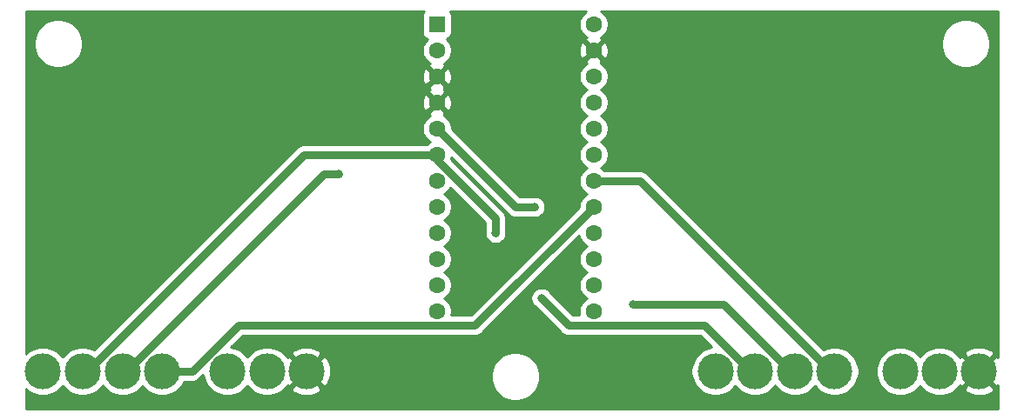
<source format=gbr>
%TF.GenerationSoftware,KiCad,Pcbnew,(5.1.10)-1*%
%TF.CreationDate,2021-09-23T19:24:58-05:00*%
%TF.ProjectId,SNES DAEMONBITE,534e4553-2044-4414-954d-4f4e42495445,rev?*%
%TF.SameCoordinates,Original*%
%TF.FileFunction,Copper,L2,Bot*%
%TF.FilePolarity,Positive*%
%FSLAX46Y46*%
G04 Gerber Fmt 4.6, Leading zero omitted, Abs format (unit mm)*
G04 Created by KiCad (PCBNEW (5.1.10)-1) date 2021-09-23 19:24:58*
%MOMM*%
%LPD*%
G01*
G04 APERTURE LIST*
%TA.AperFunction,ComponentPad*%
%ADD10C,3.500000*%
%TD*%
%TA.AperFunction,ComponentPad*%
%ADD11C,1.600000*%
%TD*%
%TA.AperFunction,ComponentPad*%
%ADD12R,1.600000X1.600000*%
%TD*%
%TA.AperFunction,ViaPad*%
%ADD13C,0.800000*%
%TD*%
%TA.AperFunction,Conductor*%
%ADD14C,0.750000*%
%TD*%
%TA.AperFunction,Conductor*%
%ADD15C,0.254000*%
%TD*%
%TA.AperFunction,Conductor*%
%ADD16C,0.100000*%
%TD*%
G04 APERTURE END LIST*
D10*
%TO.P,PLAYER2,1*%
%TO.N,/VCC*%
X193455000Y-110000000D03*
%TO.P,PLAYER2,2*%
%TO.N,/CLOCK*%
X197315000Y-110000000D03*
%TO.P,PLAYER2,4*%
%TO.N,/DATA2*%
X205035000Y-110000000D03*
%TO.P,PLAYER2,3*%
%TO.N,/LATCH*%
X201215000Y-110000000D03*
%TO.P,PLAYER2,5*%
%TO.N,Net-(PLAYER2-Pad5)*%
X211415000Y-110000000D03*
%TO.P,PLAYER2,6*%
%TO.N,Net-(PLAYER2-Pad6)*%
X215265000Y-110000000D03*
%TO.P,PLAYER2,7*%
%TO.N,/GND*%
X219085000Y-110000000D03*
%TD*%
%TO.P,PLAYER1,1*%
%TO.N,/VCC*%
X128050000Y-110000000D03*
%TO.P,PLAYER1,2*%
%TO.N,/CLOCK*%
X131910000Y-110000000D03*
%TO.P,PLAYER1,4*%
%TO.N,/DATA1*%
X139630000Y-110000000D03*
%TO.P,PLAYER1,3*%
%TO.N,/LATCH*%
X135810000Y-110000000D03*
%TO.P,PLAYER1,5*%
%TO.N,Net-(PLAYER1-Pad5)*%
X146010000Y-110000000D03*
%TO.P,PLAYER1,6*%
%TO.N,Net-(PLAYER1-Pad6)*%
X149860000Y-110000000D03*
%TO.P,PLAYER1,7*%
%TO.N,/GND*%
X153680000Y-110000000D03*
%TD*%
D11*
%TO.P,MCU1,24*%
%TO.N,Net-(MCU1-Pad24)*%
X181610000Y-76200000D03*
%TO.P,MCU1,23*%
%TO.N,/GND*%
X181610000Y-78740000D03*
%TO.P,MCU1,22*%
%TO.N,Net-(MCU1-Pad22)*%
X181610000Y-81280000D03*
%TO.P,MCU1,21*%
%TO.N,/VCC*%
X181610000Y-83820000D03*
%TO.P,MCU1,20*%
%TO.N,Net-(MCU1-Pad20)*%
X181610000Y-86360000D03*
%TO.P,MCU1,19*%
%TO.N,Net-(MCU1-Pad19)*%
X181610000Y-88900000D03*
%TO.P,MCU1,18*%
%TO.N,/DATA2*%
X181610000Y-91440000D03*
%TO.P,MCU1,17*%
%TO.N,/DATA1*%
X181610000Y-93980000D03*
%TO.P,MCU1,16*%
%TO.N,Net-(MCU1-Pad16)*%
X181610000Y-96520000D03*
%TO.P,MCU1,15*%
%TO.N,Net-(MCU1-Pad15)*%
X181610000Y-99060000D03*
%TO.P,MCU1,14*%
%TO.N,Net-(MCU1-Pad14)*%
X181610000Y-101600000D03*
%TO.P,MCU1,13*%
%TO.N,Net-(MCU1-Pad13)*%
X181610000Y-104140000D03*
%TO.P,MCU1,12*%
%TO.N,Net-(MCU1-Pad12)*%
X166370000Y-104140000D03*
%TO.P,MCU1,11*%
%TO.N,Net-(MCU1-Pad11)*%
X166370000Y-101600000D03*
%TO.P,MCU1,10*%
%TO.N,Net-(MCU1-Pad10)*%
X166370000Y-99060000D03*
%TO.P,MCU1,9*%
%TO.N,Net-(MCU1-Pad9)*%
X166370000Y-96520000D03*
%TO.P,MCU1,8*%
%TO.N,Net-(MCU1-Pad8)*%
X166370000Y-93980000D03*
%TO.P,MCU1,7*%
%TO.N,Net-(MCU1-Pad7)*%
X166370000Y-91440000D03*
%TO.P,MCU1,6*%
%TO.N,/CLOCK*%
X166370000Y-88900000D03*
%TO.P,MCU1,5*%
%TO.N,/LATCH*%
X166370000Y-86360000D03*
%TO.P,MCU1,4*%
%TO.N,/GND*%
X166370000Y-83820000D03*
%TO.P,MCU1,3*%
X166370000Y-81280000D03*
%TO.P,MCU1,2*%
%TO.N,Net-(MCU1-Pad2)*%
X166370000Y-78740000D03*
D12*
%TO.P,MCU1,1*%
%TO.N,Net-(MCU1-Pad1)*%
X166370000Y-76200000D03*
%TD*%
D13*
%TO.N,/CLOCK*%
X176530000Y-102870000D03*
X172085000Y-96520000D03*
%TO.N,/LATCH*%
X156845000Y-90805000D03*
X185420000Y-103505000D03*
X175895000Y-93980000D03*
%TD*%
D14*
%TO.N,/DATA2*%
X186096002Y-91440000D02*
X181610000Y-91440000D01*
X204656002Y-110000000D02*
X186096002Y-91440000D01*
X205035000Y-110000000D02*
X204656002Y-110000000D01*
%TO.N,/DATA1*%
X170074999Y-105515001D02*
X181610000Y-93980000D01*
X147053997Y-105515001D02*
X170074999Y-105515001D01*
X142568998Y-110000000D02*
X147053997Y-105515001D01*
X139630000Y-110000000D02*
X142568998Y-110000000D01*
%TO.N,/CLOCK*%
X153468998Y-88900000D02*
X166370000Y-88900000D01*
X132368998Y-110000000D02*
X153468998Y-88900000D01*
X131910000Y-110000000D02*
X132368998Y-110000000D01*
X192411003Y-105515001D02*
X179175001Y-105515001D01*
X196896002Y-110000000D02*
X192411003Y-105515001D01*
X197315000Y-110000000D02*
X196896002Y-110000000D01*
X179175001Y-105515001D02*
X176530000Y-102870000D01*
X176530000Y-102870000D02*
X176530000Y-102870000D01*
X166370000Y-89404998D02*
X166370000Y-88900000D01*
X172085000Y-95119998D02*
X166370000Y-89404998D01*
X172085000Y-96520000D02*
X172085000Y-95119998D01*
%TO.N,/LATCH*%
X136188998Y-110000000D02*
X155383998Y-90805000D01*
X135810000Y-110000000D02*
X136188998Y-110000000D01*
X155383998Y-90805000D02*
X156845000Y-90805000D01*
X156845000Y-90805000D02*
X156845000Y-90805000D01*
X200756002Y-110000000D02*
X194261002Y-103505000D01*
X201215000Y-110000000D02*
X200756002Y-110000000D01*
X194261002Y-103505000D02*
X185420000Y-103505000D01*
X185420000Y-103505000D02*
X185420000Y-103505000D01*
X173990000Y-93980000D02*
X166370000Y-86360000D01*
X175895000Y-93980000D02*
X173990000Y-93980000D01*
%TD*%
D15*
%TO.N,/GND*%
X165039463Y-75045506D02*
X164980498Y-75155820D01*
X164944188Y-75275518D01*
X164931928Y-75400000D01*
X164931928Y-77000000D01*
X164944188Y-77124482D01*
X164980498Y-77244180D01*
X165039463Y-77354494D01*
X165118815Y-77451185D01*
X165215506Y-77530537D01*
X165325820Y-77589502D01*
X165445518Y-77625812D01*
X165453961Y-77626643D01*
X165255363Y-77825241D01*
X165098320Y-78060273D01*
X164990147Y-78321426D01*
X164935000Y-78598665D01*
X164935000Y-78881335D01*
X164990147Y-79158574D01*
X165098320Y-79419727D01*
X165255363Y-79654759D01*
X165455241Y-79854637D01*
X165689128Y-80010915D01*
X165628486Y-80043329D01*
X165556903Y-80287298D01*
X166370000Y-81100395D01*
X167183097Y-80287298D01*
X167111514Y-80043329D01*
X167047008Y-80012806D01*
X167049727Y-80011680D01*
X167284759Y-79854637D01*
X167484637Y-79654759D01*
X167641680Y-79419727D01*
X167749853Y-79158574D01*
X167805000Y-78881335D01*
X167805000Y-78810512D01*
X180169783Y-78810512D01*
X180211213Y-79090130D01*
X180306397Y-79356292D01*
X180373329Y-79481514D01*
X180617298Y-79553097D01*
X181430395Y-78740000D01*
X181789605Y-78740000D01*
X182602702Y-79553097D01*
X182846671Y-79481514D01*
X182967571Y-79226004D01*
X183036300Y-78951816D01*
X183050217Y-78669488D01*
X183008787Y-78389870D01*
X182913603Y-78123708D01*
X182846671Y-77998486D01*
X182602702Y-77926903D01*
X181789605Y-78740000D01*
X181430395Y-78740000D01*
X180617298Y-77926903D01*
X180373329Y-77998486D01*
X180252429Y-78253996D01*
X180183700Y-78528184D01*
X180169783Y-78810512D01*
X167805000Y-78810512D01*
X167805000Y-78598665D01*
X167749853Y-78321426D01*
X167641680Y-78060273D01*
X167484637Y-77825241D01*
X167286039Y-77626643D01*
X167294482Y-77625812D01*
X167414180Y-77589502D01*
X167524494Y-77530537D01*
X167621185Y-77451185D01*
X167700537Y-77354494D01*
X167759502Y-77244180D01*
X167795812Y-77124482D01*
X167808072Y-77000000D01*
X167808072Y-75400000D01*
X167795812Y-75275518D01*
X167759502Y-75155820D01*
X167700537Y-75045506D01*
X167626261Y-74955000D01*
X180890343Y-74955000D01*
X180695241Y-75085363D01*
X180495363Y-75285241D01*
X180338320Y-75520273D01*
X180230147Y-75781426D01*
X180175000Y-76058665D01*
X180175000Y-76341335D01*
X180230147Y-76618574D01*
X180338320Y-76879727D01*
X180495363Y-77114759D01*
X180695241Y-77314637D01*
X180929128Y-77470915D01*
X180868486Y-77503329D01*
X180796903Y-77747298D01*
X181610000Y-78560395D01*
X182300297Y-77870098D01*
X215420000Y-77870098D01*
X215420000Y-78339902D01*
X215511654Y-78800679D01*
X215691440Y-79234721D01*
X215952450Y-79625349D01*
X216284651Y-79957550D01*
X216675279Y-80218560D01*
X217109321Y-80398346D01*
X217570098Y-80490000D01*
X218039902Y-80490000D01*
X218500679Y-80398346D01*
X218934721Y-80218560D01*
X219325349Y-79957550D01*
X219657550Y-79625349D01*
X219918560Y-79234721D01*
X220098346Y-78800679D01*
X220190000Y-78339902D01*
X220190000Y-77870098D01*
X220098346Y-77409321D01*
X219918560Y-76975279D01*
X219657550Y-76584651D01*
X219325349Y-76252450D01*
X218934721Y-75991440D01*
X218500679Y-75811654D01*
X218039902Y-75720000D01*
X217570098Y-75720000D01*
X217109321Y-75811654D01*
X216675279Y-75991440D01*
X216284651Y-76252450D01*
X215952450Y-76584651D01*
X215691440Y-76975279D01*
X215511654Y-77409321D01*
X215420000Y-77870098D01*
X182300297Y-77870098D01*
X182423097Y-77747298D01*
X182351514Y-77503329D01*
X182287008Y-77472806D01*
X182289727Y-77471680D01*
X182524759Y-77314637D01*
X182724637Y-77114759D01*
X182881680Y-76879727D01*
X182989853Y-76618574D01*
X183045000Y-76341335D01*
X183045000Y-76058665D01*
X182989853Y-75781426D01*
X182881680Y-75520273D01*
X182724637Y-75285241D01*
X182524759Y-75085363D01*
X182329657Y-74955000D01*
X220955001Y-74955000D01*
X220955000Y-108619296D01*
X220754609Y-108509997D01*
X219264605Y-110000000D01*
X220754609Y-111490003D01*
X220955000Y-111380704D01*
X220955000Y-113640000D01*
X126390000Y-113640000D01*
X126390000Y-111712899D01*
X126529651Y-111852550D01*
X126920279Y-112113560D01*
X127354321Y-112293346D01*
X127815098Y-112385000D01*
X128284902Y-112385000D01*
X128745679Y-112293346D01*
X129179721Y-112113560D01*
X129570349Y-111852550D01*
X129902550Y-111520349D01*
X129980000Y-111404437D01*
X130057450Y-111520349D01*
X130389651Y-111852550D01*
X130780279Y-112113560D01*
X131214321Y-112293346D01*
X131675098Y-112385000D01*
X132144902Y-112385000D01*
X132605679Y-112293346D01*
X133039721Y-112113560D01*
X133430349Y-111852550D01*
X133762550Y-111520349D01*
X133860000Y-111374505D01*
X133957450Y-111520349D01*
X134289651Y-111852550D01*
X134680279Y-112113560D01*
X135114321Y-112293346D01*
X135575098Y-112385000D01*
X136044902Y-112385000D01*
X136505679Y-112293346D01*
X136939721Y-112113560D01*
X137330349Y-111852550D01*
X137662550Y-111520349D01*
X137720000Y-111434369D01*
X137777450Y-111520349D01*
X138109651Y-111852550D01*
X138500279Y-112113560D01*
X138934321Y-112293346D01*
X139395098Y-112385000D01*
X139864902Y-112385000D01*
X140325679Y-112293346D01*
X140759721Y-112113560D01*
X141150349Y-111852550D01*
X141482550Y-111520349D01*
X141743560Y-111129721D01*
X141793150Y-111010000D01*
X142519390Y-111010000D01*
X142568998Y-111014886D01*
X142766992Y-110995385D01*
X142766995Y-110995384D01*
X142957378Y-110937632D01*
X143132838Y-110843847D01*
X143286631Y-110717633D01*
X143318259Y-110679094D01*
X143647805Y-110349548D01*
X143716654Y-110695679D01*
X143896440Y-111129721D01*
X144157450Y-111520349D01*
X144489651Y-111852550D01*
X144880279Y-112113560D01*
X145314321Y-112293346D01*
X145775098Y-112385000D01*
X146244902Y-112385000D01*
X146705679Y-112293346D01*
X147139721Y-112113560D01*
X147530349Y-111852550D01*
X147862550Y-111520349D01*
X147935000Y-111411920D01*
X148007450Y-111520349D01*
X148339651Y-111852550D01*
X148730279Y-112113560D01*
X149164321Y-112293346D01*
X149625098Y-112385000D01*
X150094902Y-112385000D01*
X150555679Y-112293346D01*
X150989721Y-112113560D01*
X151380349Y-111852550D01*
X151563290Y-111669609D01*
X152189997Y-111669609D01*
X152376073Y-112010766D01*
X152793409Y-112226513D01*
X153244815Y-112356696D01*
X153712946Y-112396313D01*
X154179811Y-112343842D01*
X154627468Y-112201297D01*
X154983927Y-112010766D01*
X155170003Y-111669609D01*
X153680000Y-110179605D01*
X152189997Y-111669609D01*
X151563290Y-111669609D01*
X151712550Y-111520349D01*
X151806964Y-111379049D01*
X152010391Y-111490003D01*
X153500395Y-110000000D01*
X153859605Y-110000000D01*
X155349609Y-111490003D01*
X155690766Y-111303927D01*
X155906513Y-110886591D01*
X156036696Y-110435185D01*
X156051936Y-110255098D01*
X171605000Y-110255098D01*
X171605000Y-110724902D01*
X171696654Y-111185679D01*
X171876440Y-111619721D01*
X172137450Y-112010349D01*
X172469651Y-112342550D01*
X172860279Y-112603560D01*
X173294321Y-112783346D01*
X173755098Y-112875000D01*
X174224902Y-112875000D01*
X174685679Y-112783346D01*
X175119721Y-112603560D01*
X175510349Y-112342550D01*
X175842550Y-112010349D01*
X176103560Y-111619721D01*
X176283346Y-111185679D01*
X176375000Y-110724902D01*
X176375000Y-110255098D01*
X176283346Y-109794321D01*
X176103560Y-109360279D01*
X175842550Y-108969651D01*
X175510349Y-108637450D01*
X175119721Y-108376440D01*
X174685679Y-108196654D01*
X174224902Y-108105000D01*
X173755098Y-108105000D01*
X173294321Y-108196654D01*
X172860279Y-108376440D01*
X172469651Y-108637450D01*
X172137450Y-108969651D01*
X171876440Y-109360279D01*
X171696654Y-109794321D01*
X171605000Y-110255098D01*
X156051936Y-110255098D01*
X156076313Y-109967054D01*
X156023842Y-109500189D01*
X155881297Y-109052532D01*
X155690766Y-108696073D01*
X155349609Y-108509997D01*
X153859605Y-110000000D01*
X153500395Y-110000000D01*
X152010391Y-108509997D01*
X151806964Y-108620951D01*
X151712550Y-108479651D01*
X151563290Y-108330391D01*
X152189997Y-108330391D01*
X153680000Y-109820395D01*
X155170003Y-108330391D01*
X154983927Y-107989234D01*
X154566591Y-107773487D01*
X154115185Y-107643304D01*
X153647054Y-107603687D01*
X153180189Y-107656158D01*
X152732532Y-107798703D01*
X152376073Y-107989234D01*
X152189997Y-108330391D01*
X151563290Y-108330391D01*
X151380349Y-108147450D01*
X150989721Y-107886440D01*
X150555679Y-107706654D01*
X150094902Y-107615000D01*
X149625098Y-107615000D01*
X149164321Y-107706654D01*
X148730279Y-107886440D01*
X148339651Y-108147450D01*
X148007450Y-108479651D01*
X147935000Y-108588080D01*
X147862550Y-108479651D01*
X147530349Y-108147450D01*
X147139721Y-107886440D01*
X146705679Y-107706654D01*
X146359548Y-107637805D01*
X147472352Y-106525001D01*
X170025391Y-106525001D01*
X170074999Y-106529887D01*
X170272993Y-106510386D01*
X170272996Y-106510385D01*
X170463379Y-106452633D01*
X170638839Y-106358848D01*
X170792632Y-106232634D01*
X170824260Y-106194095D01*
X180205200Y-96813156D01*
X180230147Y-96938574D01*
X180338320Y-97199727D01*
X180495363Y-97434759D01*
X180695241Y-97634637D01*
X180927759Y-97790000D01*
X180695241Y-97945363D01*
X180495363Y-98145241D01*
X180338320Y-98380273D01*
X180230147Y-98641426D01*
X180175000Y-98918665D01*
X180175000Y-99201335D01*
X180230147Y-99478574D01*
X180338320Y-99739727D01*
X180495363Y-99974759D01*
X180695241Y-100174637D01*
X180927759Y-100330000D01*
X180695241Y-100485363D01*
X180495363Y-100685241D01*
X180338320Y-100920273D01*
X180230147Y-101181426D01*
X180175000Y-101458665D01*
X180175000Y-101741335D01*
X180230147Y-102018574D01*
X180338320Y-102279727D01*
X180495363Y-102514759D01*
X180695241Y-102714637D01*
X180927759Y-102870000D01*
X180695241Y-103025363D01*
X180495363Y-103225241D01*
X180338320Y-103460273D01*
X180230147Y-103721426D01*
X180175000Y-103998665D01*
X180175000Y-104281335D01*
X180219491Y-104505001D01*
X179593356Y-104505001D01*
X177405132Y-102316777D01*
X177333937Y-102210226D01*
X177189774Y-102066063D01*
X177020256Y-101952795D01*
X176831898Y-101874774D01*
X176631939Y-101835000D01*
X176428061Y-101835000D01*
X176228102Y-101874774D01*
X176039744Y-101952795D01*
X175870226Y-102066063D01*
X175726063Y-102210226D01*
X175612795Y-102379744D01*
X175534774Y-102568102D01*
X175495000Y-102768061D01*
X175495000Y-102971939D01*
X175534774Y-103171898D01*
X175612795Y-103360256D01*
X175726063Y-103529774D01*
X175870226Y-103673937D01*
X175976777Y-103745132D01*
X178425740Y-106194095D01*
X178457368Y-106232634D01*
X178611161Y-106358848D01*
X178786621Y-106452633D01*
X178977007Y-106510386D01*
X179125393Y-106525001D01*
X179125395Y-106525001D01*
X179175000Y-106529887D01*
X179224605Y-106525001D01*
X191992648Y-106525001D01*
X193105452Y-107637805D01*
X192759321Y-107706654D01*
X192325279Y-107886440D01*
X191934651Y-108147450D01*
X191602450Y-108479651D01*
X191341440Y-108870279D01*
X191161654Y-109304321D01*
X191070000Y-109765098D01*
X191070000Y-110234902D01*
X191161654Y-110695679D01*
X191341440Y-111129721D01*
X191602450Y-111520349D01*
X191934651Y-111852550D01*
X192325279Y-112113560D01*
X192759321Y-112293346D01*
X193220098Y-112385000D01*
X193689902Y-112385000D01*
X194150679Y-112293346D01*
X194584721Y-112113560D01*
X194975349Y-111852550D01*
X195307550Y-111520349D01*
X195385000Y-111404437D01*
X195462450Y-111520349D01*
X195794651Y-111852550D01*
X196185279Y-112113560D01*
X196619321Y-112293346D01*
X197080098Y-112385000D01*
X197549902Y-112385000D01*
X198010679Y-112293346D01*
X198444721Y-112113560D01*
X198835349Y-111852550D01*
X199167550Y-111520349D01*
X199265000Y-111374505D01*
X199362450Y-111520349D01*
X199694651Y-111852550D01*
X200085279Y-112113560D01*
X200519321Y-112293346D01*
X200980098Y-112385000D01*
X201449902Y-112385000D01*
X201910679Y-112293346D01*
X202344721Y-112113560D01*
X202735349Y-111852550D01*
X203067550Y-111520349D01*
X203125000Y-111434369D01*
X203182450Y-111520349D01*
X203514651Y-111852550D01*
X203905279Y-112113560D01*
X204339321Y-112293346D01*
X204800098Y-112385000D01*
X205269902Y-112385000D01*
X205730679Y-112293346D01*
X206164721Y-112113560D01*
X206555349Y-111852550D01*
X206887550Y-111520349D01*
X207148560Y-111129721D01*
X207328346Y-110695679D01*
X207420000Y-110234902D01*
X207420000Y-109765098D01*
X209030000Y-109765098D01*
X209030000Y-110234902D01*
X209121654Y-110695679D01*
X209301440Y-111129721D01*
X209562450Y-111520349D01*
X209894651Y-111852550D01*
X210285279Y-112113560D01*
X210719321Y-112293346D01*
X211180098Y-112385000D01*
X211649902Y-112385000D01*
X212110679Y-112293346D01*
X212544721Y-112113560D01*
X212935349Y-111852550D01*
X213267550Y-111520349D01*
X213340000Y-111411920D01*
X213412450Y-111520349D01*
X213744651Y-111852550D01*
X214135279Y-112113560D01*
X214569321Y-112293346D01*
X215030098Y-112385000D01*
X215499902Y-112385000D01*
X215960679Y-112293346D01*
X216394721Y-112113560D01*
X216785349Y-111852550D01*
X216968290Y-111669609D01*
X217594997Y-111669609D01*
X217781073Y-112010766D01*
X218198409Y-112226513D01*
X218649815Y-112356696D01*
X219117946Y-112396313D01*
X219584811Y-112343842D01*
X220032468Y-112201297D01*
X220388927Y-112010766D01*
X220575003Y-111669609D01*
X219085000Y-110179605D01*
X217594997Y-111669609D01*
X216968290Y-111669609D01*
X217117550Y-111520349D01*
X217211964Y-111379049D01*
X217415391Y-111490003D01*
X218905395Y-110000000D01*
X217415391Y-108509997D01*
X217211964Y-108620951D01*
X217117550Y-108479651D01*
X216968290Y-108330391D01*
X217594997Y-108330391D01*
X219085000Y-109820395D01*
X220575003Y-108330391D01*
X220388927Y-107989234D01*
X219971591Y-107773487D01*
X219520185Y-107643304D01*
X219052054Y-107603687D01*
X218585189Y-107656158D01*
X218137532Y-107798703D01*
X217781073Y-107989234D01*
X217594997Y-108330391D01*
X216968290Y-108330391D01*
X216785349Y-108147450D01*
X216394721Y-107886440D01*
X215960679Y-107706654D01*
X215499902Y-107615000D01*
X215030098Y-107615000D01*
X214569321Y-107706654D01*
X214135279Y-107886440D01*
X213744651Y-108147450D01*
X213412450Y-108479651D01*
X213340000Y-108588080D01*
X213267550Y-108479651D01*
X212935349Y-108147450D01*
X212544721Y-107886440D01*
X212110679Y-107706654D01*
X211649902Y-107615000D01*
X211180098Y-107615000D01*
X210719321Y-107706654D01*
X210285279Y-107886440D01*
X209894651Y-108147450D01*
X209562450Y-108479651D01*
X209301440Y-108870279D01*
X209121654Y-109304321D01*
X209030000Y-109765098D01*
X207420000Y-109765098D01*
X207328346Y-109304321D01*
X207148560Y-108870279D01*
X206887550Y-108479651D01*
X206555349Y-108147450D01*
X206164721Y-107886440D01*
X205730679Y-107706654D01*
X205269902Y-107615000D01*
X204800098Y-107615000D01*
X204339321Y-107706654D01*
X203951608Y-107867250D01*
X186845263Y-90760906D01*
X186813635Y-90722367D01*
X186659842Y-90596153D01*
X186484382Y-90502368D01*
X186293996Y-90444615D01*
X186145610Y-90430000D01*
X186096002Y-90425114D01*
X186046394Y-90430000D01*
X182629396Y-90430000D01*
X182524759Y-90325363D01*
X182292241Y-90170000D01*
X182524759Y-90014637D01*
X182724637Y-89814759D01*
X182881680Y-89579727D01*
X182989853Y-89318574D01*
X183045000Y-89041335D01*
X183045000Y-88758665D01*
X182989853Y-88481426D01*
X182881680Y-88220273D01*
X182724637Y-87985241D01*
X182524759Y-87785363D01*
X182292241Y-87630000D01*
X182524759Y-87474637D01*
X182724637Y-87274759D01*
X182881680Y-87039727D01*
X182989853Y-86778574D01*
X183045000Y-86501335D01*
X183045000Y-86218665D01*
X182989853Y-85941426D01*
X182881680Y-85680273D01*
X182724637Y-85445241D01*
X182524759Y-85245363D01*
X182292241Y-85090000D01*
X182524759Y-84934637D01*
X182724637Y-84734759D01*
X182881680Y-84499727D01*
X182989853Y-84238574D01*
X183045000Y-83961335D01*
X183045000Y-83678665D01*
X182989853Y-83401426D01*
X182881680Y-83140273D01*
X182724637Y-82905241D01*
X182524759Y-82705363D01*
X182292241Y-82550000D01*
X182524759Y-82394637D01*
X182724637Y-82194759D01*
X182881680Y-81959727D01*
X182989853Y-81698574D01*
X183045000Y-81421335D01*
X183045000Y-81138665D01*
X182989853Y-80861426D01*
X182881680Y-80600273D01*
X182724637Y-80365241D01*
X182524759Y-80165363D01*
X182290872Y-80009085D01*
X182351514Y-79976671D01*
X182423097Y-79732702D01*
X181610000Y-78919605D01*
X180796903Y-79732702D01*
X180868486Y-79976671D01*
X180932992Y-80007194D01*
X180930273Y-80008320D01*
X180695241Y-80165363D01*
X180495363Y-80365241D01*
X180338320Y-80600273D01*
X180230147Y-80861426D01*
X180175000Y-81138665D01*
X180175000Y-81421335D01*
X180230147Y-81698574D01*
X180338320Y-81959727D01*
X180495363Y-82194759D01*
X180695241Y-82394637D01*
X180927759Y-82550000D01*
X180695241Y-82705363D01*
X180495363Y-82905241D01*
X180338320Y-83140273D01*
X180230147Y-83401426D01*
X180175000Y-83678665D01*
X180175000Y-83961335D01*
X180230147Y-84238574D01*
X180338320Y-84499727D01*
X180495363Y-84734759D01*
X180695241Y-84934637D01*
X180927759Y-85090000D01*
X180695241Y-85245363D01*
X180495363Y-85445241D01*
X180338320Y-85680273D01*
X180230147Y-85941426D01*
X180175000Y-86218665D01*
X180175000Y-86501335D01*
X180230147Y-86778574D01*
X180338320Y-87039727D01*
X180495363Y-87274759D01*
X180695241Y-87474637D01*
X180927759Y-87630000D01*
X180695241Y-87785363D01*
X180495363Y-87985241D01*
X180338320Y-88220273D01*
X180230147Y-88481426D01*
X180175000Y-88758665D01*
X180175000Y-89041335D01*
X180230147Y-89318574D01*
X180338320Y-89579727D01*
X180495363Y-89814759D01*
X180695241Y-90014637D01*
X180927759Y-90170000D01*
X180695241Y-90325363D01*
X180495363Y-90525241D01*
X180338320Y-90760273D01*
X180230147Y-91021426D01*
X180175000Y-91298665D01*
X180175000Y-91581335D01*
X180230147Y-91858574D01*
X180338320Y-92119727D01*
X180495363Y-92354759D01*
X180695241Y-92554637D01*
X180927759Y-92710000D01*
X180695241Y-92865363D01*
X180495363Y-93065241D01*
X180338320Y-93300273D01*
X180230147Y-93561426D01*
X180175000Y-93838665D01*
X180175000Y-93986644D01*
X169656644Y-104505001D01*
X167760509Y-104505001D01*
X167805000Y-104281335D01*
X167805000Y-103998665D01*
X167749853Y-103721426D01*
X167641680Y-103460273D01*
X167484637Y-103225241D01*
X167284759Y-103025363D01*
X167052241Y-102870000D01*
X167284759Y-102714637D01*
X167484637Y-102514759D01*
X167641680Y-102279727D01*
X167749853Y-102018574D01*
X167805000Y-101741335D01*
X167805000Y-101458665D01*
X167749853Y-101181426D01*
X167641680Y-100920273D01*
X167484637Y-100685241D01*
X167284759Y-100485363D01*
X167052241Y-100330000D01*
X167284759Y-100174637D01*
X167484637Y-99974759D01*
X167641680Y-99739727D01*
X167749853Y-99478574D01*
X167805000Y-99201335D01*
X167805000Y-98918665D01*
X167749853Y-98641426D01*
X167641680Y-98380273D01*
X167484637Y-98145241D01*
X167284759Y-97945363D01*
X167052241Y-97790000D01*
X167284759Y-97634637D01*
X167484637Y-97434759D01*
X167641680Y-97199727D01*
X167749853Y-96938574D01*
X167805000Y-96661335D01*
X167805000Y-96378665D01*
X167749853Y-96101426D01*
X167641680Y-95840273D01*
X167484637Y-95605241D01*
X167284759Y-95405363D01*
X167052241Y-95250000D01*
X167284759Y-95094637D01*
X167484637Y-94894759D01*
X167641680Y-94659727D01*
X167749853Y-94398574D01*
X167805000Y-94121335D01*
X167805000Y-93838665D01*
X167749853Y-93561426D01*
X167641680Y-93300273D01*
X167484637Y-93065241D01*
X167284759Y-92865363D01*
X167052241Y-92710000D01*
X167284759Y-92554637D01*
X167484637Y-92354759D01*
X167641680Y-92119727D01*
X167645984Y-92109337D01*
X171075001Y-95538355D01*
X171075000Y-96292376D01*
X171050000Y-96418061D01*
X171050000Y-96621939D01*
X171089774Y-96821898D01*
X171167795Y-97010256D01*
X171281063Y-97179774D01*
X171425226Y-97323937D01*
X171594744Y-97437205D01*
X171783102Y-97515226D01*
X171983061Y-97555000D01*
X172186939Y-97555000D01*
X172386898Y-97515226D01*
X172575256Y-97437205D01*
X172744774Y-97323937D01*
X172888937Y-97179774D01*
X173002205Y-97010256D01*
X173080226Y-96821898D01*
X173120000Y-96621939D01*
X173120000Y-96418061D01*
X173095000Y-96292377D01*
X173095000Y-95169606D01*
X173099886Y-95119998D01*
X173080385Y-94922003D01*
X173022632Y-94731618D01*
X173004466Y-94697632D01*
X172928847Y-94556158D01*
X172802633Y-94402365D01*
X172764100Y-94370742D01*
X167738746Y-89345389D01*
X167749853Y-89318574D01*
X167774801Y-89193156D01*
X173240739Y-94659094D01*
X173272367Y-94697633D01*
X173426160Y-94823847D01*
X173601620Y-94917632D01*
X173792006Y-94975385D01*
X173940392Y-94990000D01*
X173940394Y-94990000D01*
X173989999Y-94994886D01*
X174039604Y-94990000D01*
X175667377Y-94990000D01*
X175793061Y-95015000D01*
X175996939Y-95015000D01*
X176196898Y-94975226D01*
X176385256Y-94897205D01*
X176554774Y-94783937D01*
X176698937Y-94639774D01*
X176812205Y-94470256D01*
X176890226Y-94281898D01*
X176930000Y-94081939D01*
X176930000Y-93878061D01*
X176890226Y-93678102D01*
X176812205Y-93489744D01*
X176698937Y-93320226D01*
X176554774Y-93176063D01*
X176385256Y-93062795D01*
X176196898Y-92984774D01*
X175996939Y-92945000D01*
X175793061Y-92945000D01*
X175667377Y-92970000D01*
X174408355Y-92970000D01*
X167805000Y-86366645D01*
X167805000Y-86218665D01*
X167749853Y-85941426D01*
X167641680Y-85680273D01*
X167484637Y-85445241D01*
X167284759Y-85245363D01*
X167050872Y-85089085D01*
X167111514Y-85056671D01*
X167183097Y-84812702D01*
X166370000Y-83999605D01*
X165556903Y-84812702D01*
X165628486Y-85056671D01*
X165692992Y-85087194D01*
X165690273Y-85088320D01*
X165455241Y-85245363D01*
X165255363Y-85445241D01*
X165098320Y-85680273D01*
X164990147Y-85941426D01*
X164935000Y-86218665D01*
X164935000Y-86501335D01*
X164990147Y-86778574D01*
X165098320Y-87039727D01*
X165255363Y-87274759D01*
X165455241Y-87474637D01*
X165687759Y-87630000D01*
X165455241Y-87785363D01*
X165350604Y-87890000D01*
X153518602Y-87890000D01*
X153468997Y-87885114D01*
X153419392Y-87890000D01*
X153419390Y-87890000D01*
X153271004Y-87904615D01*
X153080618Y-87962368D01*
X152905158Y-88056153D01*
X152751365Y-88182367D01*
X152719737Y-88220906D01*
X133048402Y-107892241D01*
X133039721Y-107886440D01*
X132605679Y-107706654D01*
X132144902Y-107615000D01*
X131675098Y-107615000D01*
X131214321Y-107706654D01*
X130780279Y-107886440D01*
X130389651Y-108147450D01*
X130057450Y-108479651D01*
X129980000Y-108595563D01*
X129902550Y-108479651D01*
X129570349Y-108147450D01*
X129179721Y-107886440D01*
X128745679Y-107706654D01*
X128284902Y-107615000D01*
X127815098Y-107615000D01*
X127354321Y-107706654D01*
X126920279Y-107886440D01*
X126529651Y-108147450D01*
X126390000Y-108287101D01*
X126390000Y-83890512D01*
X164929783Y-83890512D01*
X164971213Y-84170130D01*
X165066397Y-84436292D01*
X165133329Y-84561514D01*
X165377298Y-84633097D01*
X166190395Y-83820000D01*
X166549605Y-83820000D01*
X167362702Y-84633097D01*
X167606671Y-84561514D01*
X167727571Y-84306004D01*
X167796300Y-84031816D01*
X167810217Y-83749488D01*
X167768787Y-83469870D01*
X167673603Y-83203708D01*
X167606671Y-83078486D01*
X167362702Y-83006903D01*
X166549605Y-83820000D01*
X166190395Y-83820000D01*
X165377298Y-83006903D01*
X165133329Y-83078486D01*
X165012429Y-83333996D01*
X164943700Y-83608184D01*
X164929783Y-83890512D01*
X126390000Y-83890512D01*
X126390000Y-82272702D01*
X165556903Y-82272702D01*
X165628486Y-82516671D01*
X165694636Y-82547971D01*
X165628486Y-82583329D01*
X165556903Y-82827298D01*
X166370000Y-83640395D01*
X167183097Y-82827298D01*
X167111514Y-82583329D01*
X167045364Y-82552029D01*
X167111514Y-82516671D01*
X167183097Y-82272702D01*
X166370000Y-81459605D01*
X165556903Y-82272702D01*
X126390000Y-82272702D01*
X126390000Y-81350512D01*
X164929783Y-81350512D01*
X164971213Y-81630130D01*
X165066397Y-81896292D01*
X165133329Y-82021514D01*
X165377298Y-82093097D01*
X166190395Y-81280000D01*
X166549605Y-81280000D01*
X167362702Y-82093097D01*
X167606671Y-82021514D01*
X167727571Y-81766004D01*
X167796300Y-81491816D01*
X167810217Y-81209488D01*
X167768787Y-80929870D01*
X167673603Y-80663708D01*
X167606671Y-80538486D01*
X167362702Y-80466903D01*
X166549605Y-81280000D01*
X166190395Y-81280000D01*
X165377298Y-80466903D01*
X165133329Y-80538486D01*
X165012429Y-80793996D01*
X164943700Y-81068184D01*
X164929783Y-81350512D01*
X126390000Y-81350512D01*
X126390000Y-77870098D01*
X127155000Y-77870098D01*
X127155000Y-78339902D01*
X127246654Y-78800679D01*
X127426440Y-79234721D01*
X127687450Y-79625349D01*
X128019651Y-79957550D01*
X128410279Y-80218560D01*
X128844321Y-80398346D01*
X129305098Y-80490000D01*
X129774902Y-80490000D01*
X130235679Y-80398346D01*
X130669721Y-80218560D01*
X131060349Y-79957550D01*
X131392550Y-79625349D01*
X131653560Y-79234721D01*
X131833346Y-78800679D01*
X131925000Y-78339902D01*
X131925000Y-77870098D01*
X131833346Y-77409321D01*
X131653560Y-76975279D01*
X131392550Y-76584651D01*
X131060349Y-76252450D01*
X130669721Y-75991440D01*
X130235679Y-75811654D01*
X129774902Y-75720000D01*
X129305098Y-75720000D01*
X128844321Y-75811654D01*
X128410279Y-75991440D01*
X128019651Y-76252450D01*
X127687450Y-76584651D01*
X127426440Y-76975279D01*
X127246654Y-77409321D01*
X127155000Y-77870098D01*
X126390000Y-77870098D01*
X126390000Y-74955000D01*
X165113739Y-74955000D01*
X165039463Y-75045506D01*
%TA.AperFunction,Conductor*%
D16*
G36*
X165039463Y-75045506D02*
G01*
X164980498Y-75155820D01*
X164944188Y-75275518D01*
X164931928Y-75400000D01*
X164931928Y-77000000D01*
X164944188Y-77124482D01*
X164980498Y-77244180D01*
X165039463Y-77354494D01*
X165118815Y-77451185D01*
X165215506Y-77530537D01*
X165325820Y-77589502D01*
X165445518Y-77625812D01*
X165453961Y-77626643D01*
X165255363Y-77825241D01*
X165098320Y-78060273D01*
X164990147Y-78321426D01*
X164935000Y-78598665D01*
X164935000Y-78881335D01*
X164990147Y-79158574D01*
X165098320Y-79419727D01*
X165255363Y-79654759D01*
X165455241Y-79854637D01*
X165689128Y-80010915D01*
X165628486Y-80043329D01*
X165556903Y-80287298D01*
X166370000Y-81100395D01*
X167183097Y-80287298D01*
X167111514Y-80043329D01*
X167047008Y-80012806D01*
X167049727Y-80011680D01*
X167284759Y-79854637D01*
X167484637Y-79654759D01*
X167641680Y-79419727D01*
X167749853Y-79158574D01*
X167805000Y-78881335D01*
X167805000Y-78810512D01*
X180169783Y-78810512D01*
X180211213Y-79090130D01*
X180306397Y-79356292D01*
X180373329Y-79481514D01*
X180617298Y-79553097D01*
X181430395Y-78740000D01*
X181789605Y-78740000D01*
X182602702Y-79553097D01*
X182846671Y-79481514D01*
X182967571Y-79226004D01*
X183036300Y-78951816D01*
X183050217Y-78669488D01*
X183008787Y-78389870D01*
X182913603Y-78123708D01*
X182846671Y-77998486D01*
X182602702Y-77926903D01*
X181789605Y-78740000D01*
X181430395Y-78740000D01*
X180617298Y-77926903D01*
X180373329Y-77998486D01*
X180252429Y-78253996D01*
X180183700Y-78528184D01*
X180169783Y-78810512D01*
X167805000Y-78810512D01*
X167805000Y-78598665D01*
X167749853Y-78321426D01*
X167641680Y-78060273D01*
X167484637Y-77825241D01*
X167286039Y-77626643D01*
X167294482Y-77625812D01*
X167414180Y-77589502D01*
X167524494Y-77530537D01*
X167621185Y-77451185D01*
X167700537Y-77354494D01*
X167759502Y-77244180D01*
X167795812Y-77124482D01*
X167808072Y-77000000D01*
X167808072Y-75400000D01*
X167795812Y-75275518D01*
X167759502Y-75155820D01*
X167700537Y-75045506D01*
X167626261Y-74955000D01*
X180890343Y-74955000D01*
X180695241Y-75085363D01*
X180495363Y-75285241D01*
X180338320Y-75520273D01*
X180230147Y-75781426D01*
X180175000Y-76058665D01*
X180175000Y-76341335D01*
X180230147Y-76618574D01*
X180338320Y-76879727D01*
X180495363Y-77114759D01*
X180695241Y-77314637D01*
X180929128Y-77470915D01*
X180868486Y-77503329D01*
X180796903Y-77747298D01*
X181610000Y-78560395D01*
X182300297Y-77870098D01*
X215420000Y-77870098D01*
X215420000Y-78339902D01*
X215511654Y-78800679D01*
X215691440Y-79234721D01*
X215952450Y-79625349D01*
X216284651Y-79957550D01*
X216675279Y-80218560D01*
X217109321Y-80398346D01*
X217570098Y-80490000D01*
X218039902Y-80490000D01*
X218500679Y-80398346D01*
X218934721Y-80218560D01*
X219325349Y-79957550D01*
X219657550Y-79625349D01*
X219918560Y-79234721D01*
X220098346Y-78800679D01*
X220190000Y-78339902D01*
X220190000Y-77870098D01*
X220098346Y-77409321D01*
X219918560Y-76975279D01*
X219657550Y-76584651D01*
X219325349Y-76252450D01*
X218934721Y-75991440D01*
X218500679Y-75811654D01*
X218039902Y-75720000D01*
X217570098Y-75720000D01*
X217109321Y-75811654D01*
X216675279Y-75991440D01*
X216284651Y-76252450D01*
X215952450Y-76584651D01*
X215691440Y-76975279D01*
X215511654Y-77409321D01*
X215420000Y-77870098D01*
X182300297Y-77870098D01*
X182423097Y-77747298D01*
X182351514Y-77503329D01*
X182287008Y-77472806D01*
X182289727Y-77471680D01*
X182524759Y-77314637D01*
X182724637Y-77114759D01*
X182881680Y-76879727D01*
X182989853Y-76618574D01*
X183045000Y-76341335D01*
X183045000Y-76058665D01*
X182989853Y-75781426D01*
X182881680Y-75520273D01*
X182724637Y-75285241D01*
X182524759Y-75085363D01*
X182329657Y-74955000D01*
X220955001Y-74955000D01*
X220955000Y-108619296D01*
X220754609Y-108509997D01*
X219264605Y-110000000D01*
X220754609Y-111490003D01*
X220955000Y-111380704D01*
X220955000Y-113640000D01*
X126390000Y-113640000D01*
X126390000Y-111712899D01*
X126529651Y-111852550D01*
X126920279Y-112113560D01*
X127354321Y-112293346D01*
X127815098Y-112385000D01*
X128284902Y-112385000D01*
X128745679Y-112293346D01*
X129179721Y-112113560D01*
X129570349Y-111852550D01*
X129902550Y-111520349D01*
X129980000Y-111404437D01*
X130057450Y-111520349D01*
X130389651Y-111852550D01*
X130780279Y-112113560D01*
X131214321Y-112293346D01*
X131675098Y-112385000D01*
X132144902Y-112385000D01*
X132605679Y-112293346D01*
X133039721Y-112113560D01*
X133430349Y-111852550D01*
X133762550Y-111520349D01*
X133860000Y-111374505D01*
X133957450Y-111520349D01*
X134289651Y-111852550D01*
X134680279Y-112113560D01*
X135114321Y-112293346D01*
X135575098Y-112385000D01*
X136044902Y-112385000D01*
X136505679Y-112293346D01*
X136939721Y-112113560D01*
X137330349Y-111852550D01*
X137662550Y-111520349D01*
X137720000Y-111434369D01*
X137777450Y-111520349D01*
X138109651Y-111852550D01*
X138500279Y-112113560D01*
X138934321Y-112293346D01*
X139395098Y-112385000D01*
X139864902Y-112385000D01*
X140325679Y-112293346D01*
X140759721Y-112113560D01*
X141150349Y-111852550D01*
X141482550Y-111520349D01*
X141743560Y-111129721D01*
X141793150Y-111010000D01*
X142519390Y-111010000D01*
X142568998Y-111014886D01*
X142766992Y-110995385D01*
X142766995Y-110995384D01*
X142957378Y-110937632D01*
X143132838Y-110843847D01*
X143286631Y-110717633D01*
X143318259Y-110679094D01*
X143647805Y-110349548D01*
X143716654Y-110695679D01*
X143896440Y-111129721D01*
X144157450Y-111520349D01*
X144489651Y-111852550D01*
X144880279Y-112113560D01*
X145314321Y-112293346D01*
X145775098Y-112385000D01*
X146244902Y-112385000D01*
X146705679Y-112293346D01*
X147139721Y-112113560D01*
X147530349Y-111852550D01*
X147862550Y-111520349D01*
X147935000Y-111411920D01*
X148007450Y-111520349D01*
X148339651Y-111852550D01*
X148730279Y-112113560D01*
X149164321Y-112293346D01*
X149625098Y-112385000D01*
X150094902Y-112385000D01*
X150555679Y-112293346D01*
X150989721Y-112113560D01*
X151380349Y-111852550D01*
X151563290Y-111669609D01*
X152189997Y-111669609D01*
X152376073Y-112010766D01*
X152793409Y-112226513D01*
X153244815Y-112356696D01*
X153712946Y-112396313D01*
X154179811Y-112343842D01*
X154627468Y-112201297D01*
X154983927Y-112010766D01*
X155170003Y-111669609D01*
X153680000Y-110179605D01*
X152189997Y-111669609D01*
X151563290Y-111669609D01*
X151712550Y-111520349D01*
X151806964Y-111379049D01*
X152010391Y-111490003D01*
X153500395Y-110000000D01*
X153859605Y-110000000D01*
X155349609Y-111490003D01*
X155690766Y-111303927D01*
X155906513Y-110886591D01*
X156036696Y-110435185D01*
X156051936Y-110255098D01*
X171605000Y-110255098D01*
X171605000Y-110724902D01*
X171696654Y-111185679D01*
X171876440Y-111619721D01*
X172137450Y-112010349D01*
X172469651Y-112342550D01*
X172860279Y-112603560D01*
X173294321Y-112783346D01*
X173755098Y-112875000D01*
X174224902Y-112875000D01*
X174685679Y-112783346D01*
X175119721Y-112603560D01*
X175510349Y-112342550D01*
X175842550Y-112010349D01*
X176103560Y-111619721D01*
X176283346Y-111185679D01*
X176375000Y-110724902D01*
X176375000Y-110255098D01*
X176283346Y-109794321D01*
X176103560Y-109360279D01*
X175842550Y-108969651D01*
X175510349Y-108637450D01*
X175119721Y-108376440D01*
X174685679Y-108196654D01*
X174224902Y-108105000D01*
X173755098Y-108105000D01*
X173294321Y-108196654D01*
X172860279Y-108376440D01*
X172469651Y-108637450D01*
X172137450Y-108969651D01*
X171876440Y-109360279D01*
X171696654Y-109794321D01*
X171605000Y-110255098D01*
X156051936Y-110255098D01*
X156076313Y-109967054D01*
X156023842Y-109500189D01*
X155881297Y-109052532D01*
X155690766Y-108696073D01*
X155349609Y-108509997D01*
X153859605Y-110000000D01*
X153500395Y-110000000D01*
X152010391Y-108509997D01*
X151806964Y-108620951D01*
X151712550Y-108479651D01*
X151563290Y-108330391D01*
X152189997Y-108330391D01*
X153680000Y-109820395D01*
X155170003Y-108330391D01*
X154983927Y-107989234D01*
X154566591Y-107773487D01*
X154115185Y-107643304D01*
X153647054Y-107603687D01*
X153180189Y-107656158D01*
X152732532Y-107798703D01*
X152376073Y-107989234D01*
X152189997Y-108330391D01*
X151563290Y-108330391D01*
X151380349Y-108147450D01*
X150989721Y-107886440D01*
X150555679Y-107706654D01*
X150094902Y-107615000D01*
X149625098Y-107615000D01*
X149164321Y-107706654D01*
X148730279Y-107886440D01*
X148339651Y-108147450D01*
X148007450Y-108479651D01*
X147935000Y-108588080D01*
X147862550Y-108479651D01*
X147530349Y-108147450D01*
X147139721Y-107886440D01*
X146705679Y-107706654D01*
X146359548Y-107637805D01*
X147472352Y-106525001D01*
X170025391Y-106525001D01*
X170074999Y-106529887D01*
X170272993Y-106510386D01*
X170272996Y-106510385D01*
X170463379Y-106452633D01*
X170638839Y-106358848D01*
X170792632Y-106232634D01*
X170824260Y-106194095D01*
X180205200Y-96813156D01*
X180230147Y-96938574D01*
X180338320Y-97199727D01*
X180495363Y-97434759D01*
X180695241Y-97634637D01*
X180927759Y-97790000D01*
X180695241Y-97945363D01*
X180495363Y-98145241D01*
X180338320Y-98380273D01*
X180230147Y-98641426D01*
X180175000Y-98918665D01*
X180175000Y-99201335D01*
X180230147Y-99478574D01*
X180338320Y-99739727D01*
X180495363Y-99974759D01*
X180695241Y-100174637D01*
X180927759Y-100330000D01*
X180695241Y-100485363D01*
X180495363Y-100685241D01*
X180338320Y-100920273D01*
X180230147Y-101181426D01*
X180175000Y-101458665D01*
X180175000Y-101741335D01*
X180230147Y-102018574D01*
X180338320Y-102279727D01*
X180495363Y-102514759D01*
X180695241Y-102714637D01*
X180927759Y-102870000D01*
X180695241Y-103025363D01*
X180495363Y-103225241D01*
X180338320Y-103460273D01*
X180230147Y-103721426D01*
X180175000Y-103998665D01*
X180175000Y-104281335D01*
X180219491Y-104505001D01*
X179593356Y-104505001D01*
X177405132Y-102316777D01*
X177333937Y-102210226D01*
X177189774Y-102066063D01*
X177020256Y-101952795D01*
X176831898Y-101874774D01*
X176631939Y-101835000D01*
X176428061Y-101835000D01*
X176228102Y-101874774D01*
X176039744Y-101952795D01*
X175870226Y-102066063D01*
X175726063Y-102210226D01*
X175612795Y-102379744D01*
X175534774Y-102568102D01*
X175495000Y-102768061D01*
X175495000Y-102971939D01*
X175534774Y-103171898D01*
X175612795Y-103360256D01*
X175726063Y-103529774D01*
X175870226Y-103673937D01*
X175976777Y-103745132D01*
X178425740Y-106194095D01*
X178457368Y-106232634D01*
X178611161Y-106358848D01*
X178786621Y-106452633D01*
X178977007Y-106510386D01*
X179125393Y-106525001D01*
X179125395Y-106525001D01*
X179175000Y-106529887D01*
X179224605Y-106525001D01*
X191992648Y-106525001D01*
X193105452Y-107637805D01*
X192759321Y-107706654D01*
X192325279Y-107886440D01*
X191934651Y-108147450D01*
X191602450Y-108479651D01*
X191341440Y-108870279D01*
X191161654Y-109304321D01*
X191070000Y-109765098D01*
X191070000Y-110234902D01*
X191161654Y-110695679D01*
X191341440Y-111129721D01*
X191602450Y-111520349D01*
X191934651Y-111852550D01*
X192325279Y-112113560D01*
X192759321Y-112293346D01*
X193220098Y-112385000D01*
X193689902Y-112385000D01*
X194150679Y-112293346D01*
X194584721Y-112113560D01*
X194975349Y-111852550D01*
X195307550Y-111520349D01*
X195385000Y-111404437D01*
X195462450Y-111520349D01*
X195794651Y-111852550D01*
X196185279Y-112113560D01*
X196619321Y-112293346D01*
X197080098Y-112385000D01*
X197549902Y-112385000D01*
X198010679Y-112293346D01*
X198444721Y-112113560D01*
X198835349Y-111852550D01*
X199167550Y-111520349D01*
X199265000Y-111374505D01*
X199362450Y-111520349D01*
X199694651Y-111852550D01*
X200085279Y-112113560D01*
X200519321Y-112293346D01*
X200980098Y-112385000D01*
X201449902Y-112385000D01*
X201910679Y-112293346D01*
X202344721Y-112113560D01*
X202735349Y-111852550D01*
X203067550Y-111520349D01*
X203125000Y-111434369D01*
X203182450Y-111520349D01*
X203514651Y-111852550D01*
X203905279Y-112113560D01*
X204339321Y-112293346D01*
X204800098Y-112385000D01*
X205269902Y-112385000D01*
X205730679Y-112293346D01*
X206164721Y-112113560D01*
X206555349Y-111852550D01*
X206887550Y-111520349D01*
X207148560Y-111129721D01*
X207328346Y-110695679D01*
X207420000Y-110234902D01*
X207420000Y-109765098D01*
X209030000Y-109765098D01*
X209030000Y-110234902D01*
X209121654Y-110695679D01*
X209301440Y-111129721D01*
X209562450Y-111520349D01*
X209894651Y-111852550D01*
X210285279Y-112113560D01*
X210719321Y-112293346D01*
X211180098Y-112385000D01*
X211649902Y-112385000D01*
X212110679Y-112293346D01*
X212544721Y-112113560D01*
X212935349Y-111852550D01*
X213267550Y-111520349D01*
X213340000Y-111411920D01*
X213412450Y-111520349D01*
X213744651Y-111852550D01*
X214135279Y-112113560D01*
X214569321Y-112293346D01*
X215030098Y-112385000D01*
X215499902Y-112385000D01*
X215960679Y-112293346D01*
X216394721Y-112113560D01*
X216785349Y-111852550D01*
X216968290Y-111669609D01*
X217594997Y-111669609D01*
X217781073Y-112010766D01*
X218198409Y-112226513D01*
X218649815Y-112356696D01*
X219117946Y-112396313D01*
X219584811Y-112343842D01*
X220032468Y-112201297D01*
X220388927Y-112010766D01*
X220575003Y-111669609D01*
X219085000Y-110179605D01*
X217594997Y-111669609D01*
X216968290Y-111669609D01*
X217117550Y-111520349D01*
X217211964Y-111379049D01*
X217415391Y-111490003D01*
X218905395Y-110000000D01*
X217415391Y-108509997D01*
X217211964Y-108620951D01*
X217117550Y-108479651D01*
X216968290Y-108330391D01*
X217594997Y-108330391D01*
X219085000Y-109820395D01*
X220575003Y-108330391D01*
X220388927Y-107989234D01*
X219971591Y-107773487D01*
X219520185Y-107643304D01*
X219052054Y-107603687D01*
X218585189Y-107656158D01*
X218137532Y-107798703D01*
X217781073Y-107989234D01*
X217594997Y-108330391D01*
X216968290Y-108330391D01*
X216785349Y-108147450D01*
X216394721Y-107886440D01*
X215960679Y-107706654D01*
X215499902Y-107615000D01*
X215030098Y-107615000D01*
X214569321Y-107706654D01*
X214135279Y-107886440D01*
X213744651Y-108147450D01*
X213412450Y-108479651D01*
X213340000Y-108588080D01*
X213267550Y-108479651D01*
X212935349Y-108147450D01*
X212544721Y-107886440D01*
X212110679Y-107706654D01*
X211649902Y-107615000D01*
X211180098Y-107615000D01*
X210719321Y-107706654D01*
X210285279Y-107886440D01*
X209894651Y-108147450D01*
X209562450Y-108479651D01*
X209301440Y-108870279D01*
X209121654Y-109304321D01*
X209030000Y-109765098D01*
X207420000Y-109765098D01*
X207328346Y-109304321D01*
X207148560Y-108870279D01*
X206887550Y-108479651D01*
X206555349Y-108147450D01*
X206164721Y-107886440D01*
X205730679Y-107706654D01*
X205269902Y-107615000D01*
X204800098Y-107615000D01*
X204339321Y-107706654D01*
X203951608Y-107867250D01*
X186845263Y-90760906D01*
X186813635Y-90722367D01*
X186659842Y-90596153D01*
X186484382Y-90502368D01*
X186293996Y-90444615D01*
X186145610Y-90430000D01*
X186096002Y-90425114D01*
X186046394Y-90430000D01*
X182629396Y-90430000D01*
X182524759Y-90325363D01*
X182292241Y-90170000D01*
X182524759Y-90014637D01*
X182724637Y-89814759D01*
X182881680Y-89579727D01*
X182989853Y-89318574D01*
X183045000Y-89041335D01*
X183045000Y-88758665D01*
X182989853Y-88481426D01*
X182881680Y-88220273D01*
X182724637Y-87985241D01*
X182524759Y-87785363D01*
X182292241Y-87630000D01*
X182524759Y-87474637D01*
X182724637Y-87274759D01*
X182881680Y-87039727D01*
X182989853Y-86778574D01*
X183045000Y-86501335D01*
X183045000Y-86218665D01*
X182989853Y-85941426D01*
X182881680Y-85680273D01*
X182724637Y-85445241D01*
X182524759Y-85245363D01*
X182292241Y-85090000D01*
X182524759Y-84934637D01*
X182724637Y-84734759D01*
X182881680Y-84499727D01*
X182989853Y-84238574D01*
X183045000Y-83961335D01*
X183045000Y-83678665D01*
X182989853Y-83401426D01*
X182881680Y-83140273D01*
X182724637Y-82905241D01*
X182524759Y-82705363D01*
X182292241Y-82550000D01*
X182524759Y-82394637D01*
X182724637Y-82194759D01*
X182881680Y-81959727D01*
X182989853Y-81698574D01*
X183045000Y-81421335D01*
X183045000Y-81138665D01*
X182989853Y-80861426D01*
X182881680Y-80600273D01*
X182724637Y-80365241D01*
X182524759Y-80165363D01*
X182290872Y-80009085D01*
X182351514Y-79976671D01*
X182423097Y-79732702D01*
X181610000Y-78919605D01*
X180796903Y-79732702D01*
X180868486Y-79976671D01*
X180932992Y-80007194D01*
X180930273Y-80008320D01*
X180695241Y-80165363D01*
X180495363Y-80365241D01*
X180338320Y-80600273D01*
X180230147Y-80861426D01*
X180175000Y-81138665D01*
X180175000Y-81421335D01*
X180230147Y-81698574D01*
X180338320Y-81959727D01*
X180495363Y-82194759D01*
X180695241Y-82394637D01*
X180927759Y-82550000D01*
X180695241Y-82705363D01*
X180495363Y-82905241D01*
X180338320Y-83140273D01*
X180230147Y-83401426D01*
X180175000Y-83678665D01*
X180175000Y-83961335D01*
X180230147Y-84238574D01*
X180338320Y-84499727D01*
X180495363Y-84734759D01*
X180695241Y-84934637D01*
X180927759Y-85090000D01*
X180695241Y-85245363D01*
X180495363Y-85445241D01*
X180338320Y-85680273D01*
X180230147Y-85941426D01*
X180175000Y-86218665D01*
X180175000Y-86501335D01*
X180230147Y-86778574D01*
X180338320Y-87039727D01*
X180495363Y-87274759D01*
X180695241Y-87474637D01*
X180927759Y-87630000D01*
X180695241Y-87785363D01*
X180495363Y-87985241D01*
X180338320Y-88220273D01*
X180230147Y-88481426D01*
X180175000Y-88758665D01*
X180175000Y-89041335D01*
X180230147Y-89318574D01*
X180338320Y-89579727D01*
X180495363Y-89814759D01*
X180695241Y-90014637D01*
X180927759Y-90170000D01*
X180695241Y-90325363D01*
X180495363Y-90525241D01*
X180338320Y-90760273D01*
X180230147Y-91021426D01*
X180175000Y-91298665D01*
X180175000Y-91581335D01*
X180230147Y-91858574D01*
X180338320Y-92119727D01*
X180495363Y-92354759D01*
X180695241Y-92554637D01*
X180927759Y-92710000D01*
X180695241Y-92865363D01*
X180495363Y-93065241D01*
X180338320Y-93300273D01*
X180230147Y-93561426D01*
X180175000Y-93838665D01*
X180175000Y-93986644D01*
X169656644Y-104505001D01*
X167760509Y-104505001D01*
X167805000Y-104281335D01*
X167805000Y-103998665D01*
X167749853Y-103721426D01*
X167641680Y-103460273D01*
X167484637Y-103225241D01*
X167284759Y-103025363D01*
X167052241Y-102870000D01*
X167284759Y-102714637D01*
X167484637Y-102514759D01*
X167641680Y-102279727D01*
X167749853Y-102018574D01*
X167805000Y-101741335D01*
X167805000Y-101458665D01*
X167749853Y-101181426D01*
X167641680Y-100920273D01*
X167484637Y-100685241D01*
X167284759Y-100485363D01*
X167052241Y-100330000D01*
X167284759Y-100174637D01*
X167484637Y-99974759D01*
X167641680Y-99739727D01*
X167749853Y-99478574D01*
X167805000Y-99201335D01*
X167805000Y-98918665D01*
X167749853Y-98641426D01*
X167641680Y-98380273D01*
X167484637Y-98145241D01*
X167284759Y-97945363D01*
X167052241Y-97790000D01*
X167284759Y-97634637D01*
X167484637Y-97434759D01*
X167641680Y-97199727D01*
X167749853Y-96938574D01*
X167805000Y-96661335D01*
X167805000Y-96378665D01*
X167749853Y-96101426D01*
X167641680Y-95840273D01*
X167484637Y-95605241D01*
X167284759Y-95405363D01*
X167052241Y-95250000D01*
X167284759Y-95094637D01*
X167484637Y-94894759D01*
X167641680Y-94659727D01*
X167749853Y-94398574D01*
X167805000Y-94121335D01*
X167805000Y-93838665D01*
X167749853Y-93561426D01*
X167641680Y-93300273D01*
X167484637Y-93065241D01*
X167284759Y-92865363D01*
X167052241Y-92710000D01*
X167284759Y-92554637D01*
X167484637Y-92354759D01*
X167641680Y-92119727D01*
X167645984Y-92109337D01*
X171075001Y-95538355D01*
X171075000Y-96292376D01*
X171050000Y-96418061D01*
X171050000Y-96621939D01*
X171089774Y-96821898D01*
X171167795Y-97010256D01*
X171281063Y-97179774D01*
X171425226Y-97323937D01*
X171594744Y-97437205D01*
X171783102Y-97515226D01*
X171983061Y-97555000D01*
X172186939Y-97555000D01*
X172386898Y-97515226D01*
X172575256Y-97437205D01*
X172744774Y-97323937D01*
X172888937Y-97179774D01*
X173002205Y-97010256D01*
X173080226Y-96821898D01*
X173120000Y-96621939D01*
X173120000Y-96418061D01*
X173095000Y-96292377D01*
X173095000Y-95169606D01*
X173099886Y-95119998D01*
X173080385Y-94922003D01*
X173022632Y-94731618D01*
X173004466Y-94697632D01*
X172928847Y-94556158D01*
X172802633Y-94402365D01*
X172764100Y-94370742D01*
X167738746Y-89345389D01*
X167749853Y-89318574D01*
X167774801Y-89193156D01*
X173240739Y-94659094D01*
X173272367Y-94697633D01*
X173426160Y-94823847D01*
X173601620Y-94917632D01*
X173792006Y-94975385D01*
X173940392Y-94990000D01*
X173940394Y-94990000D01*
X173989999Y-94994886D01*
X174039604Y-94990000D01*
X175667377Y-94990000D01*
X175793061Y-95015000D01*
X175996939Y-95015000D01*
X176196898Y-94975226D01*
X176385256Y-94897205D01*
X176554774Y-94783937D01*
X176698937Y-94639774D01*
X176812205Y-94470256D01*
X176890226Y-94281898D01*
X176930000Y-94081939D01*
X176930000Y-93878061D01*
X176890226Y-93678102D01*
X176812205Y-93489744D01*
X176698937Y-93320226D01*
X176554774Y-93176063D01*
X176385256Y-93062795D01*
X176196898Y-92984774D01*
X175996939Y-92945000D01*
X175793061Y-92945000D01*
X175667377Y-92970000D01*
X174408355Y-92970000D01*
X167805000Y-86366645D01*
X167805000Y-86218665D01*
X167749853Y-85941426D01*
X167641680Y-85680273D01*
X167484637Y-85445241D01*
X167284759Y-85245363D01*
X167050872Y-85089085D01*
X167111514Y-85056671D01*
X167183097Y-84812702D01*
X166370000Y-83999605D01*
X165556903Y-84812702D01*
X165628486Y-85056671D01*
X165692992Y-85087194D01*
X165690273Y-85088320D01*
X165455241Y-85245363D01*
X165255363Y-85445241D01*
X165098320Y-85680273D01*
X164990147Y-85941426D01*
X164935000Y-86218665D01*
X164935000Y-86501335D01*
X164990147Y-86778574D01*
X165098320Y-87039727D01*
X165255363Y-87274759D01*
X165455241Y-87474637D01*
X165687759Y-87630000D01*
X165455241Y-87785363D01*
X165350604Y-87890000D01*
X153518602Y-87890000D01*
X153468997Y-87885114D01*
X153419392Y-87890000D01*
X153419390Y-87890000D01*
X153271004Y-87904615D01*
X153080618Y-87962368D01*
X152905158Y-88056153D01*
X152751365Y-88182367D01*
X152719737Y-88220906D01*
X133048402Y-107892241D01*
X133039721Y-107886440D01*
X132605679Y-107706654D01*
X132144902Y-107615000D01*
X131675098Y-107615000D01*
X131214321Y-107706654D01*
X130780279Y-107886440D01*
X130389651Y-108147450D01*
X130057450Y-108479651D01*
X129980000Y-108595563D01*
X129902550Y-108479651D01*
X129570349Y-108147450D01*
X129179721Y-107886440D01*
X128745679Y-107706654D01*
X128284902Y-107615000D01*
X127815098Y-107615000D01*
X127354321Y-107706654D01*
X126920279Y-107886440D01*
X126529651Y-108147450D01*
X126390000Y-108287101D01*
X126390000Y-83890512D01*
X164929783Y-83890512D01*
X164971213Y-84170130D01*
X165066397Y-84436292D01*
X165133329Y-84561514D01*
X165377298Y-84633097D01*
X166190395Y-83820000D01*
X166549605Y-83820000D01*
X167362702Y-84633097D01*
X167606671Y-84561514D01*
X167727571Y-84306004D01*
X167796300Y-84031816D01*
X167810217Y-83749488D01*
X167768787Y-83469870D01*
X167673603Y-83203708D01*
X167606671Y-83078486D01*
X167362702Y-83006903D01*
X166549605Y-83820000D01*
X166190395Y-83820000D01*
X165377298Y-83006903D01*
X165133329Y-83078486D01*
X165012429Y-83333996D01*
X164943700Y-83608184D01*
X164929783Y-83890512D01*
X126390000Y-83890512D01*
X126390000Y-82272702D01*
X165556903Y-82272702D01*
X165628486Y-82516671D01*
X165694636Y-82547971D01*
X165628486Y-82583329D01*
X165556903Y-82827298D01*
X166370000Y-83640395D01*
X167183097Y-82827298D01*
X167111514Y-82583329D01*
X167045364Y-82552029D01*
X167111514Y-82516671D01*
X167183097Y-82272702D01*
X166370000Y-81459605D01*
X165556903Y-82272702D01*
X126390000Y-82272702D01*
X126390000Y-81350512D01*
X164929783Y-81350512D01*
X164971213Y-81630130D01*
X165066397Y-81896292D01*
X165133329Y-82021514D01*
X165377298Y-82093097D01*
X166190395Y-81280000D01*
X166549605Y-81280000D01*
X167362702Y-82093097D01*
X167606671Y-82021514D01*
X167727571Y-81766004D01*
X167796300Y-81491816D01*
X167810217Y-81209488D01*
X167768787Y-80929870D01*
X167673603Y-80663708D01*
X167606671Y-80538486D01*
X167362702Y-80466903D01*
X166549605Y-81280000D01*
X166190395Y-81280000D01*
X165377298Y-80466903D01*
X165133329Y-80538486D01*
X165012429Y-80793996D01*
X164943700Y-81068184D01*
X164929783Y-81350512D01*
X126390000Y-81350512D01*
X126390000Y-77870098D01*
X127155000Y-77870098D01*
X127155000Y-78339902D01*
X127246654Y-78800679D01*
X127426440Y-79234721D01*
X127687450Y-79625349D01*
X128019651Y-79957550D01*
X128410279Y-80218560D01*
X128844321Y-80398346D01*
X129305098Y-80490000D01*
X129774902Y-80490000D01*
X130235679Y-80398346D01*
X130669721Y-80218560D01*
X131060349Y-79957550D01*
X131392550Y-79625349D01*
X131653560Y-79234721D01*
X131833346Y-78800679D01*
X131925000Y-78339902D01*
X131925000Y-77870098D01*
X131833346Y-77409321D01*
X131653560Y-76975279D01*
X131392550Y-76584651D01*
X131060349Y-76252450D01*
X130669721Y-75991440D01*
X130235679Y-75811654D01*
X129774902Y-75720000D01*
X129305098Y-75720000D01*
X128844321Y-75811654D01*
X128410279Y-75991440D01*
X128019651Y-76252450D01*
X127687450Y-76584651D01*
X127426440Y-76975279D01*
X127246654Y-77409321D01*
X127155000Y-77870098D01*
X126390000Y-77870098D01*
X126390000Y-74955000D01*
X165113739Y-74955000D01*
X165039463Y-75045506D01*
G37*
%TD.AperFunction*%
%TD*%
M02*

</source>
